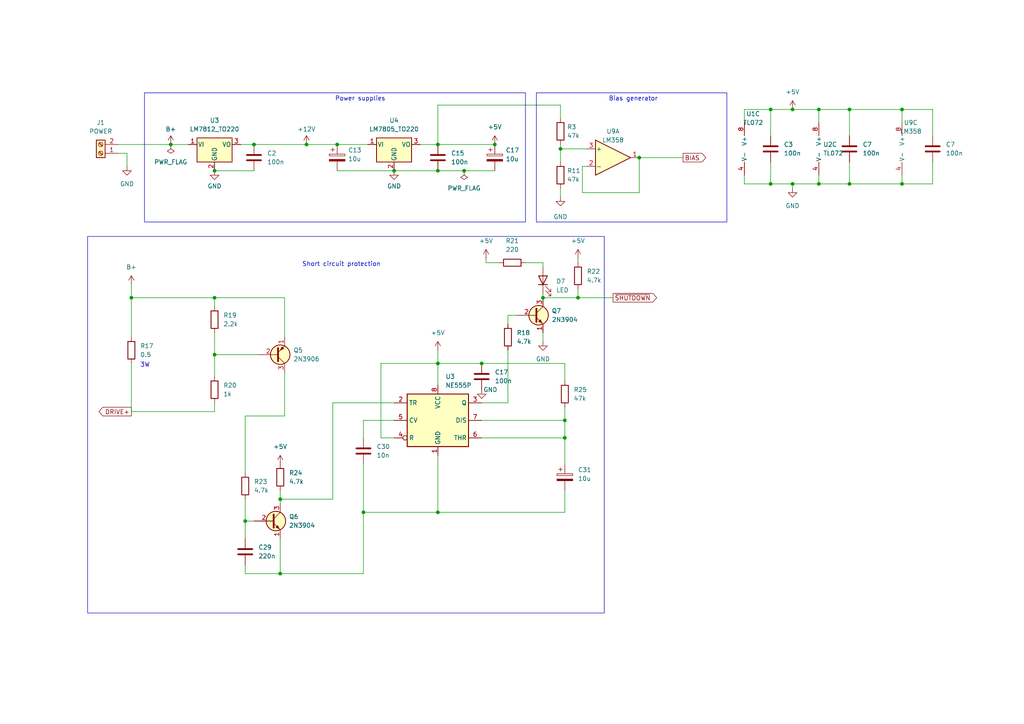
<source format=kicad_sch>
(kicad_sch (version 20230121) (generator eeschema)
  (paper "A4")
  (lib_symbols
    (symbol "Amplifier_Operational:LM358" (pin_names (offset 0.127))
      (property "Reference" "U" (at 0 5.08 0))
      (property "Value" "LM358" (at 0 -5.08 0))
      (property "Sim.Library" "lm358.txt" (at 0 0 0))
      (property "Sim.Name" "LM358" (at 0 0 0))
      (property "Sim.Device" "SUBCKT" (at 0 0 0))
      (property "Sim.Pins" "2=1 3=2 4=5 8=4" (at 0 0 0))
      (symbol "LM358_1_1"
        (polyline (pts (xy -5.08 5.08) (xy 5.08 0) (xy -5.08 -5.08) (xy -5.08 5.08)) (stroke (width 0.254)) (fill (type background)))
        (pin output line (at 7.62 0 180) (length 2.54) (name "~") (number "1"))
        (pin input line (at -7.62 -2.54 0) (length 2.54) (name "-") (number "2"))
        (pin input line (at -7.62 2.54 0) (length 2.54) (name "+") (number "3"))
      )
      (symbol "LM358_2_1"
        (polyline (pts (xy -5.08 5.08) (xy 5.08 0) (xy -5.08 -5.08) (xy -5.08 5.08)) (stroke (width 0.254)) (fill (type background)))
        (pin input line (at -7.62 2.54 0) (length 2.54) (name "+") (number "5"))
        (pin input line (at -7.62 -2.54 0) (length 2.54) (name "-") (number "6"))
        (pin output line (at 7.62 0 180) (length 2.54) (name "~") (number "7"))
      )
      (symbol "LM358_3_1"
        (pin power_in line (at -2.54 -7.62 90) (length 3.81) (name "V-") (number "4"))
        (pin power_in line (at -2.54 7.62 270) (length 3.81) (name "V+") (number "8"))
      )
    )
    (symbol "Amplifier_Operational:TL072" (pin_names (offset 0.127))
      (property "Reference" "U" (at 0 5.08 0))
      (property "Value" "TL072" (at 0 -5.08 0))
      (symbol "TL072_1_1"
        (polyline (pts (xy -5.08 5.08) (xy 5.08 0) (xy -5.08 -5.08) (xy -5.08 5.08)) (stroke (width 0.254)) (fill (type background)))
        (pin output line (at 7.62 0 180) (length 2.54) (name "~") (number "1"))
        (pin input line (at -7.62 -2.54 0) (length 2.54) (name "-") (number "2"))
        (pin input line (at -7.62 2.54 0) (length 2.54) (name "+") (number "3"))
      )
      (symbol "TL072_2_1"
        (polyline (pts (xy -5.08 5.08) (xy 5.08 0) (xy -5.08 -5.08) (xy -5.08 5.08)) (stroke (width 0.254)) (fill (type background)))
        (pin input line (at -7.62 2.54 0) (length 2.54) (name "+") (number "5"))
        (pin input line (at -7.62 -2.54 0) (length 2.54) (name "-") (number "6"))
        (pin output line (at 7.62 0 180) (length 2.54) (name "~") (number "7"))
      )
      (symbol "TL072_3_1"
        (pin power_in line (at -2.54 -7.62 90) (length 3.81) (name "V-") (number "4"))
        (pin power_in line (at -2.54 7.62 270) (length 3.81) (name "V+") (number "8"))
      )
    )
    (symbol "Connector:Screw_Terminal_01x02" (pin_names (offset 1.016) hide)
      (property "Reference" "J" (at 0 2.54 0))
      (property "Value" "Screw_Terminal_01x02" (at 0 -5.08 0))
      (symbol "Screw_Terminal_01x02_1_1"
        (rectangle (start -1.27 1.27) (end 1.27 -3.81) (stroke (width 0.254)) (fill (type background)))
        (circle (center 0 -2.54) (radius 0.635) (stroke (width 0.1524)))
        (polyline (pts (xy -0.5334 -2.2098) (xy 0.3302 -3.048)) (stroke (width 0.1524)))
        (polyline (pts (xy -0.5334 0.3302) (xy 0.3302 -0.508)) (stroke (width 0.1524)))
        (polyline (pts (xy -0.3556 -2.032) (xy 0.508 -2.8702)) (stroke (width 0.1524)))
        (polyline (pts (xy -0.3556 0.508) (xy 0.508 -0.3302)) (stroke (width 0.1524)))
        (circle (center 0 0) (radius 0.635) (stroke (width 0.1524)))
        (pin passive line (at -5.08 0 0) (length 3.81) (name "Pin_1") (number "1"))
        (pin passive line (at -5.08 -2.54 0) (length 3.81) (name "Pin_2") (number "2"))
      )
    )
    (symbol "Device:C" (pin_numbers hide) (pin_names (offset 0.254))
      (property "Reference" "C" (at 0.635 2.54 0))
      (property "Value" "C" (at 0.635 -2.54 0))
      (symbol "C_0_1"
        (polyline (pts (xy -2.032 -0.762) (xy 2.032 -0.762)) (stroke (width 0.508)))
        (polyline (pts (xy -2.032 0.762) (xy 2.032 0.762)) (stroke (width 0.508)))
      )
      (symbol "C_1_1"
        (pin passive line (at 0 3.81 270) (length 2.794) (name "~") (number "1"))
        (pin passive line (at 0 -3.81 90) (length 2.794) (name "~") (number "2"))
      )
    )
    (symbol "Device:C_Polarized" (pin_numbers hide) (pin_names (offset 0.254))
      (property "Reference" "C" (at 0.635 2.54 0))
      (property "Value" "C_Polarized" (at 0.635 -2.54 0))
      (symbol "C_Polarized_0_1"
        (rectangle (start -2.286 0.508) (end 2.286 1.016))
        (polyline (pts (xy -1.778 2.286) (xy -0.762 2.286)))
        (polyline (pts (xy -1.27 2.794) (xy -1.27 1.778)))
        (rectangle (start 2.286 -0.508) (end -2.286 -1.016) (fill (type outline)))
      )
      (symbol "C_Polarized_1_1"
        (pin passive line (at 0 3.81 270) (length 2.794) (name "~") (number "1"))
        (pin passive line (at 0 -3.81 90) (length 2.794) (name "~") (number "2"))
      )
    )
    (symbol "Device:LED" (pin_numbers hide) (pin_names (offset 1.016) hide)
      (property "Reference" "D" (at 0 2.54 0))
      (property "Value" "LED" (at 0 -2.54 0))
      (symbol "LED_0_1"
        (polyline (pts (xy -1.27 -1.27) (xy -1.27 1.27)) (stroke (width 0.254)))
        (polyline (pts (xy -1.27 0) (xy 1.27 0)))
        (polyline (pts (xy 1.27 -1.27) (xy 1.27 1.27) (xy -1.27 0) (xy 1.27 -1.27)) (stroke (width 0.254)))
        (polyline (pts (xy -3.048 -0.762) (xy -4.572 -2.286) (xy -3.81 -2.286) (xy -4.572 -2.286) (xy -4.572 -1.524)))
        (polyline (pts (xy -1.778 -0.762) (xy -3.302 -2.286) (xy -2.54 -2.286) (xy -3.302 -2.286) (xy -3.302 -1.524)))
      )
      (symbol "LED_1_1"
        (pin passive line (at -3.81 0 0) (length 2.54) (name "K") (number "1"))
        (pin passive line (at 3.81 0 180) (length 2.54) (name "A") (number "2"))
      )
    )
    (symbol "Device:R" (pin_numbers hide) (pin_names (offset 0))
      (property "Reference" "R" (at 2.032 0 90))
      (property "Value" "R" (at 0 0 90))
      (symbol "R_0_1"
        (rectangle (start -1.016 -2.54) (end 1.016 2.54) (stroke (width 0.254)))
      )
      (symbol "R_1_1"
        (pin passive line (at 0 3.81 270) (length 1.27) (name "~") (number "1"))
        (pin passive line (at 0 -3.81 90) (length 1.27) (name "~") (number "2"))
      )
    )
    (symbol "PCM_Transistor_BJT_AKL:2N3904" (pin_names hide)
      (property "Reference" "Q" (at 5.08 1.27 0))
      (property "Value" "2N3904" (at 5.08 -1.27 0))
      (symbol "2N3904_0_1"
        (polyline (pts (xy 0.635 0.635) (xy 2.54 2.54)))
        (polyline (pts (xy 0.635 -0.635) (xy 2.54 -2.54) (xy 2.54 -2.54)))
        (polyline (pts (xy 0.635 1.905) (xy 0.635 -1.905) (xy 0.635 -1.905)) (stroke (width 0.508)))
        (polyline (pts (xy 1.27 -1.778) (xy 1.778 -1.27) (xy 2.286 -2.286) (xy 1.27 -1.778) (xy 1.27 -1.778)) (fill (type outline)))
        (circle (center 1.27 0) (radius 2.8194) (stroke (width 0.254)) (fill (type background)))
      )
      (symbol "2N3904_1_1"
        (pin passive line (at 2.54 -5.08 90) (length 2.54) (name "E") (number "1"))
        (pin passive line (at -5.08 0 0) (length 5.715) (name "B") (number "2"))
        (pin passive line (at 2.54 5.08 270) (length 2.54) (name "C") (number "3"))
      )
    )
    (symbol "PCM_Transistor_BJT_AKL:2N3906" (pin_names hide)
      (property "Reference" "Q" (at 5.08 1.27 0))
      (property "Value" "2N3906" (at 5.08 -1.27 0))
      (symbol "2N3906_0_1"
        (polyline (pts (xy 0.635 -0.635) (xy 2.54 -2.54)))
        (polyline (pts (xy 0.635 -1.905) (xy 0.635 1.905) (xy 0.635 1.905)) (stroke (width 0.508)))
        (polyline (pts (xy 0.635 0.635) (xy 2.54 2.54) (xy 2.54 2.54)))
        (polyline (pts (xy 2.286 1.778) (xy 1.778 2.286) (xy 1.27 1.27) (xy 2.286 1.778) (xy 2.286 1.778)) (fill (type outline)))
        (circle (center 1.27 0) (radius 2.8194) (stroke (width 0.254)) (fill (type background)))
      )
      (symbol "2N3906_1_1"
        (pin passive line (at 2.54 5.08 270) (length 2.54) (name "E") (number "1"))
        (pin input line (at -5.08 0 0) (length 5.715) (name "B") (number "2"))
        (pin passive line (at 2.54 -5.08 90) (length 2.54) (name "C") (number "3"))
      )
    )
    (symbol "Regulator_Linear:LM7805_TO220" (pin_names (offset 0.254))
      (property "Reference" "U" (at -3.81 3.175 0))
      (property "Value" "LM7805_TO220" (at 0 3.175 0))
      (symbol "LM7805_TO220_0_1"
        (rectangle (start -5.08 1.905) (end 5.08 -5.08) (stroke (width 0.254)) (fill (type background)))
      )
      (symbol "LM7805_TO220_1_1"
        (pin power_in line (at -7.62 0 0) (length 2.54) (name "VI") (number "1"))
        (pin power_in line (at 0 -7.62 90) (length 2.54) (name "GND") (number "2"))
        (pin power_out line (at 7.62 0 180) (length 2.54) (name "VO") (number "3"))
      )
    )
    (symbol "Regulator_Linear:LM7812_TO220" (pin_names (offset 0.254))
      (property "Reference" "U" (at -3.81 3.175 0))
      (property "Value" "LM7812_TO220" (at 0 3.175 0))
      (symbol "LM7812_TO220_0_1"
        (rectangle (start -5.08 1.905) (end 5.08 -5.08) (stroke (width 0.254)) (fill (type background)))
      )
      (symbol "LM7812_TO220_1_1"
        (pin power_in line (at -7.62 0 0) (length 2.54) (name "VI") (number "1"))
        (pin power_in line (at 0 -7.62 90) (length 2.54) (name "GND") (number "2"))
        (pin power_out line (at 7.62 0 180) (length 2.54) (name "VO") (number "3"))
      )
    )
    (symbol "Timer:NE555P"
      (property "Reference" "U" (at -10.16 8.89 0))
      (property "Value" "NE555P" (at 2.54 8.89 0))
      (symbol "NE555P_0_0"
        (pin power_in line (at 0 -10.16 90) (length 2.54) (name "GND") (number "1"))
        (pin power_in line (at 0 10.16 270) (length 2.54) (name "VCC") (number "8"))
      )
      (symbol "NE555P_0_1"
        (rectangle (start -8.89 -7.62) (end 8.89 7.62) (stroke (width 0.254)) (fill (type background)))
        (rectangle (start -8.89 -7.62) (end 8.89 7.62) (stroke (width 0.254)) (fill (type background)))
      )
      (symbol "NE555P_1_1"
        (pin input line (at -12.7 5.08 0) (length 3.81) (name "TR") (number "2"))
        (pin output line (at 12.7 5.08 180) (length 3.81) (name "Q") (number "3"))
        (pin input inverted (at -12.7 -5.08 0) (length 3.81) (name "R") (number "4"))
        (pin input line (at -12.7 0 0) (length 3.81) (name "CV") (number "5"))
        (pin input line (at 12.7 -5.08 180) (length 3.81) (name "THR") (number "6"))
        (pin input line (at 12.7 0 180) (length 3.81) (name "DIS") (number "7"))
      )
    )
    (symbol "power:+12V" (power) (pin_names (offset 0))
      (property "Value" "+12V" (at 0 3.556 0))
      (symbol "+12V_0_1"
        (polyline (pts (xy -0.762 1.27) (xy 0 2.54)))
        (polyline (pts (xy 0 0) (xy 0 2.54)))
        (polyline (pts (xy 0 2.54) (xy 0.762 1.27)))
      )
      (symbol "+12V_1_1"
        (pin power_in line (at 0 0 90) (length 0) hide (name "+12V") (number "1"))
      )
    )
    (symbol "power:+5V" (power) (pin_names (offset 0))
      (property "Value" "+5V" (at 0 3.556 0))
      (symbol "+5V_0_1"
        (polyline (pts (xy -0.762 1.27) (xy 0 2.54)))
        (polyline (pts (xy 0 0) (xy 0 2.54)))
        (polyline (pts (xy 0 2.54) (xy 0.762 1.27)))
      )
      (symbol "+5V_1_1"
        (pin power_in line (at 0 0 90) (length 0) hide (name "+5V") (number "1"))
      )
    )
    (symbol "power:B+" (power) (pin_names (offset 0))
      (property "Value" "B+" (at 0 3.556 0))
      (symbol "B+_0_1"
        (polyline (pts (xy -0.762 1.27) (xy 0 2.54)))
        (polyline (pts (xy 0 0) (xy 0 2.54)))
        (polyline (pts (xy 0 2.54) (xy 0.762 1.27)))
      )
      (symbol "B+_1_1"
        (pin power_in line (at 0 0 90) (length 0) hide (name "B+") (number "1"))
      )
    )
    (symbol "power:GND" (power) (pin_names (offset 0))
      (property "Value" "GND" (at 0 -3.81 0))
      (symbol "GND_0_1"
        (polyline (pts (xy 0 0) (xy 0 -1.27) (xy 1.27 -1.27) (xy 0 -2.54) (xy -1.27 -1.27) (xy 0 -1.27)))
      )
      (symbol "GND_1_1"
        (pin power_in line (at 0 0 270) (length 0) hide (name "GND") (number "1"))
      )
    )
    (symbol "power:PWR_FLAG" (power) (pin_numbers hide) (pin_names (offset 0) hide)
      (property "Value" "PWR_FLAG" (at 0 3.81 0))
      (symbol "PWR_FLAG_0_0"
        (pin power_out line (at 0 0 90) (length 0) (name "pwr") (number "1"))
      )
      (symbol "PWR_FLAG_0_1"
        (polyline (pts (xy 0 0) (xy 0 1.27) (xy -1.016 1.905) (xy 0 2.54) (xy 1.016 1.905) (xy 0 1.27)))
      )
    )
  )
  (junction (at 185.42 45.72))
  (junction (at 157.48 86.36))
  (junction (at 62.23 102.87))
  (junction (at 229.87 31.75))
  (junction (at 223.52 31.75))
  (junction (at 97.79 41.91))
  (junction (at 237.49 53.34))
  (junction (at 62.23 86.36))
  (junction (at 127 148.59))
  (junction (at 71.12 151.13))
  (junction (at 127 41.91))
  (junction (at 237.49 31.75))
  (junction (at 105.41 148.59))
  (junction (at 134.62 49.53))
  (junction (at 127 49.53))
  (junction (at 114.3 49.53))
  (junction (at 229.87 53.34))
  (junction (at 81.28 144.78))
  (junction (at 163.83 121.92))
  (junction (at 246.38 31.75))
  (junction (at 139.7 105.41))
  (junction (at 62.23 49.53))
  (junction (at 246.38 53.34))
  (junction (at 73.66 41.91))
  (junction (at 223.52 53.34))
  (junction (at 49.53 41.91))
  (junction (at 38.1 86.36))
  (junction (at 143.51 41.91))
  (junction (at 88.9 41.91))
  (junction (at 261.62 31.75))
  (junction (at 167.64 86.36))
  (junction (at 261.62 53.34))
  (junction (at 127 105.41))
  (junction (at 162.56 43.18))
  (junction (at 163.83 127))
  (junction (at 81.28 166.37))
  (wire (pts (xy 114.3 49.53) (xy 127 49.53)))
  (wire (pts (xy 62.23 49.53) (xy 73.66 49.53)))
  (wire (pts (xy 62.23 96.52) (xy 62.23 102.87)))
  (wire (pts (xy 261.62 31.75) (xy 270.51 31.75)))
  (wire (pts (xy 81.28 142.24) (xy 81.28 144.78)))
  (wire (pts (xy 105.41 148.59) (xy 105.41 166.37)))
  (wire (pts (xy 69.85 41.91) (xy 73.66 41.91)))
  (wire (pts (xy 105.41 166.37) (xy 81.28 166.37)))
  (wire (pts (xy 152.4 76.2) (xy 157.48 76.2)))
  (wire (pts (xy 114.3 116.84) (xy 96.52 116.84)))
  (wire (pts (xy 261.62 50.8) (xy 261.62 53.34)))
  (wire (pts (xy 140.97 74.93) (xy 140.97 76.2)))
  (wire (pts (xy 147.32 91.44) (xy 149.86 91.44)))
  (wire (pts (xy 97.79 41.91) (xy 106.68 41.91)))
  (wire (pts (xy 38.1 86.36) (xy 38.1 97.79)))
  (wire (pts (xy 270.51 46.99) (xy 270.51 53.34)))
  (wire (pts (xy 127 101.6) (xy 127 105.41)))
  (wire (pts (xy 105.41 134.62) (xy 105.41 148.59)))
  (wire (pts (xy 215.9 50.8) (xy 215.9 53.34)))
  (wire (pts (xy 229.87 53.34) (xy 237.49 53.34)))
  (wire (pts (xy 144.78 76.2) (xy 140.97 76.2)))
  (wire (pts (xy 36.83 44.45) (xy 36.83 48.26)))
  (wire (pts (xy 62.23 86.36) (xy 62.23 88.9)))
  (wire (pts (xy 163.83 127) (xy 163.83 134.62)))
  (wire (pts (xy 223.52 31.75) (xy 223.52 39.37)))
  (wire (pts (xy 162.56 30.48) (xy 127 30.48)))
  (wire (pts (xy 261.62 35.56) (xy 261.62 31.75)))
  (wire (pts (xy 157.48 96.52) (xy 157.48 99.06)))
  (wire (pts (xy 34.29 44.45) (xy 36.83 44.45)))
  (wire (pts (xy 246.38 46.99) (xy 246.38 53.34)))
  (wire (pts (xy 229.87 31.75) (xy 237.49 31.75)))
  (wire (pts (xy 167.64 83.82) (xy 167.64 86.36)))
  (wire (pts (xy 246.38 53.34) (xy 261.62 53.34)))
  (wire (pts (xy 71.12 120.65) (xy 71.12 137.16)))
  (wire (pts (xy 49.53 41.91) (xy 54.61 41.91)))
  (wire (pts (xy 127 30.48) (xy 127 41.91)))
  (wire (pts (xy 82.55 86.36) (xy 82.55 97.79)))
  (wire (pts (xy 157.48 76.2) (xy 157.48 77.47)))
  (wire (pts (xy 147.32 116.84) (xy 147.32 101.6)))
  (wire (pts (xy 114.3 121.92) (xy 105.41 121.92)))
  (wire (pts (xy 163.83 110.49) (xy 163.83 105.41)))
  (wire (pts (xy 96.52 144.78) (xy 81.28 144.78)))
  (wire (pts (xy 168.91 48.26) (xy 168.91 55.88)))
  (wire (pts (xy 127 41.91) (xy 143.51 41.91)))
  (wire (pts (xy 34.29 41.91) (xy 49.53 41.91)))
  (wire (pts (xy 134.62 49.53) (xy 143.51 49.53)))
  (wire (pts (xy 105.41 121.92) (xy 105.41 127)))
  (wire (pts (xy 163.83 105.41) (xy 139.7 105.41)))
  (wire (pts (xy 139.7 121.92) (xy 163.83 121.92)))
  (wire (pts (xy 170.18 43.18) (xy 162.56 43.18)))
  (wire (pts (xy 185.42 45.72) (xy 198.12 45.72)))
  (wire (pts (xy 223.52 46.99) (xy 223.52 53.34)))
  (wire (pts (xy 163.83 121.92) (xy 163.83 127)))
  (wire (pts (xy 97.79 49.53) (xy 114.3 49.53)))
  (wire (pts (xy 73.66 41.91) (xy 88.9 41.91)))
  (wire (pts (xy 105.41 148.59) (xy 127 148.59)))
  (wire (pts (xy 270.51 39.37) (xy 270.51 31.75)))
  (wire (pts (xy 82.55 120.65) (xy 82.55 107.95)))
  (wire (pts (xy 170.18 48.26) (xy 168.91 48.26)))
  (wire (pts (xy 168.91 55.88) (xy 185.42 55.88)))
  (wire (pts (xy 157.48 86.36) (xy 167.64 86.36)))
  (wire (pts (xy 223.52 53.34) (xy 229.87 53.34)))
  (wire (pts (xy 270.51 53.34) (xy 261.62 53.34)))
  (wire (pts (xy 139.7 116.84) (xy 147.32 116.84)))
  (wire (pts (xy 62.23 102.87) (xy 62.23 109.22)))
  (wire (pts (xy 157.48 85.09) (xy 157.48 86.36)))
  (wire (pts (xy 162.56 43.18) (xy 162.56 46.99)))
  (wire (pts (xy 162.56 30.48) (xy 162.56 34.29)))
  (wire (pts (xy 246.38 31.75) (xy 261.62 31.75)))
  (wire (pts (xy 71.12 151.13) (xy 73.66 151.13)))
  (wire (pts (xy 62.23 116.84) (xy 62.23 119.38)))
  (wire (pts (xy 127 49.53) (xy 134.62 49.53)))
  (wire (pts (xy 246.38 31.75) (xy 237.49 31.75)))
  (wire (pts (xy 215.9 53.34) (xy 223.52 53.34)))
  (wire (pts (xy 81.28 166.37) (xy 81.28 156.21)))
  (wire (pts (xy 147.32 93.98) (xy 147.32 91.44)))
  (wire (pts (xy 163.83 118.11) (xy 163.83 121.92)))
  (wire (pts (xy 139.7 127) (xy 163.83 127)))
  (wire (pts (xy 71.12 163.83) (xy 71.12 166.37)))
  (wire (pts (xy 71.12 151.13) (xy 71.12 156.21)))
  (wire (pts (xy 38.1 86.36) (xy 62.23 86.36)))
  (wire (pts (xy 71.12 166.37) (xy 81.28 166.37)))
  (wire (pts (xy 223.52 31.75) (xy 229.87 31.75)))
  (wire (pts (xy 215.9 31.75) (xy 223.52 31.75)))
  (wire (pts (xy 110.49 105.41) (xy 127 105.41)))
  (wire (pts (xy 185.42 45.72) (xy 185.42 55.88)))
  (wire (pts (xy 62.23 119.38) (xy 38.1 119.38)))
  (wire (pts (xy 127 132.08) (xy 127 148.59)))
  (wire (pts (xy 215.9 35.56) (xy 215.9 31.75)))
  (wire (pts (xy 62.23 86.36) (xy 82.55 86.36)))
  (wire (pts (xy 121.92 41.91) (xy 127 41.91)))
  (wire (pts (xy 167.64 86.36) (xy 177.8 86.36)))
  (wire (pts (xy 62.23 102.87) (xy 74.93 102.87)))
  (wire (pts (xy 237.49 53.34) (xy 237.49 50.8)))
  (wire (pts (xy 167.64 74.93) (xy 167.64 76.2)))
  (wire (pts (xy 81.28 144.78) (xy 81.28 146.05)))
  (wire (pts (xy 38.1 82.55) (xy 38.1 86.36)))
  (wire (pts (xy 96.52 116.84) (xy 96.52 144.78)))
  (wire (pts (xy 162.56 54.61) (xy 162.56 57.15)))
  (wire (pts (xy 114.3 127) (xy 110.49 127)))
  (wire (pts (xy 71.12 144.78) (xy 71.12 151.13)))
  (wire (pts (xy 110.49 127) (xy 110.49 105.41)))
  (wire (pts (xy 71.12 120.65) (xy 82.55 120.65)))
  (wire (pts (xy 38.1 105.41) (xy 38.1 119.38)))
  (wire (pts (xy 127 105.41) (xy 127 111.76)))
  (wire (pts (xy 237.49 53.34) (xy 246.38 53.34)))
  (wire (pts (xy 163.83 142.24) (xy 163.83 148.59)))
  (wire (pts (xy 162.56 41.91) (xy 162.56 43.18)))
  (wire (pts (xy 246.38 39.37) (xy 246.38 31.75)))
  (wire (pts (xy 237.49 31.75) (xy 237.49 35.56)))
  (wire (pts (xy 139.7 105.41) (xy 127 105.41)))
  (wire (pts (xy 88.9 41.91) (xy 97.79 41.91)))
  (wire (pts (xy 229.87 53.34) (xy 229.87 54.61)))
  (wire (pts (xy 127 148.59) (xy 163.83 148.59)))
  (rectangle (start 155.575 26.924) (end 210.82 64.389))
  (rectangle (start 25.4 68.58) (end 175.26 177.8))
  (rectangle (start 41.91 26.924) (end 152.4 64.389))
  (text "Power supplies" (at 97.155 29.464 0) (effects (font (size 1.27 1.27)) (justify left bottom)))
  (text "3W" (at 40.64 106.68 0) (effects (font (size 1.27 1.27)) (justify left bottom)))
  (text "Short circuit protection" (at 87.63 77.47 0) (effects (font (size 1.27 1.27)) (justify left bottom)))
  (text "Bias generator" (at 176.53 29.464 0) (effects (font (size 1.27 1.27)) (justify left bottom)))
  (global_label "~{SHUTDOWN}" (shape output) (at 177.8 86.36 0) (property "Intersheetrefs" "${INTERSHEET_REFS}" (effects hide)))
  (global_label "BIAS" (shape output) (at 198.12 45.72 0) (property "Intersheetrefs" "${INTERSHEET_REFS}" (effects hide)))
  (global_label "DRIVE+" (shape output) (at 38.1 119.38 180) (property "Intersheetrefs" "${INTERSHEET_REFS}" (effects hide)))
  (symbol (lib_id "Device:R") (at 62.23 113.03 0) (unit 1)
    (property "Reference" "R20" (at 64.77 111.76 0) (effects (justify left)))
    (property "Value" "1k" (at 64.77 114.3 0) (effects (justify left)))
    (property "Footprint" "Resistor_THT:R_Axial_DIN0204_L3.6mm_D1.6mm_P7.62mm_Horizontal" (effects hide))
  )
  (symbol (lib_id "Device:R") (at 167.64 80.01 0) (unit 1)
    (property "Reference" "R22" (at 170.18 78.74 0) (effects (justify left)))
    (property "Value" "4.7k" (at 170.18 81.28 0) (effects (justify left)))
    (property "Footprint" "Resistor_THT:R_Axial_DIN0204_L3.6mm_D1.6mm_P7.62mm_Horizontal" (effects hide))
  )
  (symbol (lib_id "Device:R") (at 148.59 76.2 270) (unit 1)
    (property "Reference" "R21" (at 148.59 69.85 90))
    (property "Value" "220" (at 148.59 72.39 90))
    (property "Footprint" "Resistor_THT:R_Axial_DIN0204_L3.6mm_D1.6mm_P7.62mm_Horizontal" (effects hide))
  )
  (symbol (lib_id "Device:R") (at 38.1 101.6 0) (unit 1)
    (property "Reference" "R17" (at 40.64 100.33 0) (effects (justify left)))
    (property "Value" "0.5" (at 40.64 102.87 0) (effects (justify left)))
    (property "Footprint" "Resistor_THT:R_Axial_DIN0922_L20.0mm_D9.0mm_P25.40mm_Horizontal" (effects hide))
  )
  (symbol (lib_id "Device:R") (at 162.56 50.8 0) (unit 1)
    (property "Reference" "R11" (at 164.465 49.53 0) (effects (justify left)))
    (property "Value" "47k" (at 164.465 52.07 0) (effects (justify left)))
    (property "Footprint" "Resistor_THT:R_Axial_DIN0204_L3.6mm_D1.6mm_P7.62mm_Horizontal" (effects hide))
    (instances (project "classd-amp" (path "" (reference "R11") (unit 1)) (path "" (reference "R16") (unit 1))))
  )
  (symbol (lib_id "Device:LED") (at 157.48 81.28 90) (unit 1)
    (property "Reference" "D7" (at 161.29 81.5975 90) (effects (justify right)))
    (property "Value" "LED" (at 161.29 84.1375 90) (effects (justify right)))
    (property "Footprint" "Diode_THT:D_DO-41_SOD81_P10.16mm_Horizontal" (effects hide))
  )
  (symbol (lib_id "Device:R") (at 147.32 97.79 0) (unit 1)
    (property "Reference" "R18" (at 149.86 96.52 0) (effects (justify left)))
    (property "Value" "4.7k" (at 149.86 99.06 0) (effects (justify left)))
    (property "Footprint" "Resistor_THT:R_Axial_DIN0204_L3.6mm_D1.6mm_P7.62mm_Horizontal" (effects hide))
  )
  (symbol (lib_id "Regulator_Linear:LM7812_TO220") (at 62.23 41.91 0) (unit 1)
    (property "Reference" "U3" (at 62.23 34.925 0))
    (property "Value" "LM7812_TO220" (at 62.23 37.465 0))
    (property "Footprint" "Package_TO_SOT_THT:TO-220-3_Vertical" (effects hide))
    (property "Datasheet" "https://www.onsemi.cn/PowerSolutions/document/MC7800-D.PDF" (effects hide))
    (instances (project "classd-amp" (path "" (reference "U3") (unit 1)) (path "" (reference "U7") (unit 1))))
  )
  (symbol (lib_id "power:GND") (at 139.7 113.03 0) (unit 1)
    (property "Reference" "#PWR010" (effects hide))
    (property "Value" "GND" (at 142.24 113.03 0))
  )
  (symbol (lib_id "power:PWR_FLAG") (at 134.62 49.53 180) (unit 1)
    (property "Reference" "#FLG02" (effects hide))
    (property "Value" "PWR_FLAG" (at 134.62 54.61 0))
  )
  (symbol (lib_id "Device:R") (at 71.12 140.97 0) (unit 1)
    (property "Reference" "R23" (at 73.66 139.7 0) (effects (justify left)))
    (property "Value" "4.7k" (at 73.66 142.24 0) (effects (justify left)))
    (property "Footprint" "Resistor_THT:R_Axial_DIN0204_L3.6mm_D1.6mm_P7.62mm_Horizontal" (effects hide))
  )
  (symbol (lib_id "PCM_Transistor_BJT_AKL:2N3904") (at 78.74 151.13 0) (unit 1)
    (property "Reference" "Q6" (at 83.82 149.86 0) (effects (justify left)))
    (property "Value" "2N3904" (at 83.82 152.4 0) (effects (justify left)))
    (property "Footprint" "Package_TO_SOT_THT:TO-92_Inline" (effects hide))
    (property "Datasheet" "https://www.tme.eu/Document/12bff749841e3a356e683e9a8e7e4119/2N3904BU-DTE.pdf" (effects hide))
  )
  (symbol (lib_id "power:GND") (at 62.23 49.53 0) (unit 1)
    (property "Reference" "#PWR08" (effects hide))
    (property "Value" "GND" (at 62.23 53.975 0))
    (instances (project "classd-amp" (path "" (reference "#PWR08") (unit 1)) (path "" (reference "#PWR023") (unit 1))))
  )
  (symbol (lib_id "Device:C_Polarized") (at 163.83 138.43 0) (unit 1)
    (property "Reference" "C31" (at 167.64 136.271 0) (effects (justify left)))
    (property "Value" "10u" (at 167.64 138.811 0) (effects (justify left)))
    (property "Footprint" "Capacitor_THT:CP_Radial_D4.0mm_P1.50mm" (effects hide))
  )
  (symbol (lib_id "power:+5V") (at 140.97 74.93 0) (unit 1)
    (property "Reference" "#PWR019" (effects hide))
    (property "Value" "+5V" (at 140.97 69.85 0))
  )
  (symbol (lib_id "PCM_Transistor_BJT_AKL:2N3906") (at 80.01 102.87 0) (unit 1)
    (property "Reference" "Q5" (at 85.09 101.6 0) (effects (justify left)))
    (property "Value" "2N3906" (at 85.09 104.14 0) (effects (justify left)))
    (property "Footprint" "Package_TO_SOT_THT:TO-92_Inline" (effects hide))
    (property "Datasheet" "https://www.tme.eu/Document/1d69ece8147fa5a64114d103f531c790/2N3906BU.pdf" (effects hide))
  )
  (symbol (lib_id "Amplifier_Operational:TL072") (at 240.03 43.18 0) (unit 3)
    (property "Reference" "U2" (at 238.76 41.91 0) (effects (justify left)))
    (property "Value" "TL072" (at 238.76 44.45 0) (effects (justify left)))
    (property "Footprint" "PCM_Package_DIP_AKL:DIP-8_W7.62mm" (effects hide))
    (property "Datasheet" "http://www.ti.com/lit/ds/symlink/tl071.pdf" (effects hide))
  )
  (symbol (lib_id "Regulator_Linear:LM7805_TO220") (at 114.3 41.91 0) (unit 1)
    (property "Reference" "U4" (at 114.3 34.925 0))
    (property "Value" "LM7805_TO220" (at 114.3 37.465 0))
    (property "Footprint" "Package_TO_SOT_THT:TO-220-3_Vertical" (effects hide))
    (property "Datasheet" "https://www.onsemi.cn/PowerSolutions/document/MC7800-D.PDF" (effects hide))
    (instances (project "classd-amp" (path "" (reference "U4") (unit 1)) (path "" (reference "U8") (unit 1))))
  )
  (symbol (lib_id "Device:C_Polarized") (at 97.79 45.72 0) (unit 1)
    (property "Reference" "C13" (at 100.965 43.561 0) (effects (justify left)))
    (property "Value" "10u" (at 100.965 46.101 0) (effects (justify left)))
    (property "Footprint" "Capacitor_THT:CP_Radial_D4.0mm_P1.50mm" (effects hide))
    (instances (project "classd-amp" (path "" (reference "C13") (unit 1)) (path "" (reference "C26") (unit 1))))
  )
  (symbol (lib_id "power:PWR_FLAG") (at 49.53 41.91 180) (unit 1)
    (property "Reference" "#FLG01" (effects hide))
    (property "Value" "PWR_FLAG" (at 49.53 46.99 0))
  )
  (symbol (lib_id "Device:C") (at 139.7 109.22 0) (unit 1)
    (property "Reference" "C17" (at 143.51 107.95 0) (effects (justify left)))
    (property "Value" "100n" (at 143.51 110.49 0) (effects (justify left)))
    (property "Footprint" "Capacitor_THT:C_Disc_D3.4mm_W2.1mm_P2.50mm" (effects hide))
  )
  (symbol (lib_id "Device:C") (at 270.51 43.18 0) (unit 1)
    (property "Reference" "C7" (at 274.32 41.91 0) (effects (justify left)))
    (property "Value" "100n" (at 274.32 44.45 0) (effects (justify left)))
    (property "Footprint" "Capacitor_THT:C_Disc_D3.4mm_W2.1mm_P2.50mm" (effects hide))
    (instances (project "classd-amp" (path "" (reference "C7") (unit 1)) (path "" (reference "C32") (unit 1))))
  )
  (symbol (lib_id "power:GND") (at 162.56 57.15 0) (unit 1)
    (property "Reference" "#PWR026" (effects hide))
    (property "Value" "GND" (at 162.56 62.865 0))
  )
  (symbol (lib_id "Device:C") (at 246.38 43.18 0) (unit 1)
    (property "Reference" "C7" (at 250.19 41.91 0) (effects (justify left)))
    (property "Value" "100n" (at 250.19 44.45 0) (effects (justify left)))
    (property "Footprint" "Capacitor_THT:C_Disc_D3.4mm_W2.1mm_P2.50mm" (effects hide))
  )
  (symbol (lib_id "power:+5V") (at 81.28 134.62 0) (unit 1)
    (property "Reference" "#PWR031" (effects hide))
    (property "Value" "+5V" (at 81.28 129.54 0))
  )
  (symbol (lib_id "PCM_Transistor_BJT_AKL:2N3904") (at 154.94 91.44 0) (unit 1)
    (property "Reference" "Q7" (at 160.02 90.17 0) (effects (justify left)))
    (property "Value" "2N3904" (at 160.02 92.71 0) (effects (justify left)))
    (property "Footprint" "Package_TO_SOT_THT:TO-92_Inline" (effects hide))
    (property "Datasheet" "https://www.tme.eu/Document/12bff749841e3a356e683e9a8e7e4119/2N3904BU-DTE.pdf" (effects hide))
  )
  (symbol (lib_id "Device:R") (at 62.23 92.71 0) (unit 1)
    (property "Reference" "R19" (at 64.77 91.44 0) (effects (justify left)))
    (property "Value" "2.2k" (at 64.77 93.98 0) (effects (justify left)))
    (property "Footprint" "Resistor_THT:R_Axial_DIN0204_L3.6mm_D1.6mm_P7.62mm_Horizontal" (effects hide))
  )
  (symbol (lib_id "power:B+") (at 49.53 41.91 0) (unit 1)
    (property "Reference" "#PWR01" (effects hide))
    (property "Value" "B+" (at 49.53 37.465 0))
  )
  (symbol (lib_id "power:GND") (at 114.3 49.53 0) (unit 1)
    (property "Reference" "#PWR023" (effects hide))
    (property "Value" "GND" (at 114.3 53.975 0))
    (instances (project "classd-amp" (path "" (reference "#PWR023") (unit 1)) (path "" (reference "#PWR025") (unit 1))))
  )
  (symbol (lib_id "Device:C_Polarized") (at 143.51 45.72 0) (unit 1)
    (property "Reference" "C17" (at 146.685 43.561 0) (effects (justify left)))
    (property "Value" "10u" (at 146.685 46.101 0) (effects (justify left)))
    (property "Footprint" "Capacitor_THT:CP_Radial_D4.0mm_P1.50mm" (effects hide))
    (instances (project "classd-amp" (path "" (reference "C17") (unit 1)) (path "" (reference "C28") (unit 1))))
  )
  (symbol (lib_id "Timer:NE555P") (at 127 121.92 0) (unit 1)
    (property "Reference" "U3" (at 129.1941 109.22 0) (effects (justify left)))
    (property "Value" "NE555P" (at 129.1941 111.76 0) (effects (justify left)))
    (property "Footprint" "Package_DIP:DIP-8_W7.62mm" (effects hide))
    (property "Datasheet" "http://www.ti.com/lit/ds/symlink/ne555.pdf" (effects hide))
  )
  (symbol (lib_id "Device:C") (at 127 45.72 0) (unit 1)
    (property "Reference" "C15" (at 130.81 44.45 0) (effects (justify left)))
    (property "Value" "100n" (at 130.81 46.99 0) (effects (justify left)))
    (property "Footprint" "Capacitor_THT:C_Disc_D3.4mm_W2.1mm_P2.50mm" (effects hide))
    (instances (project "classd-amp" (path "" (reference "C15") (unit 1)) (path "" (reference "C27") (unit 1))))
  )
  (symbol (lib_id "power:GND") (at 157.48 99.06 0) (unit 1)
    (property "Reference" "#PWR018" (effects hide))
    (property "Value" "GND" (at 157.48 104.14 0))
  )
  (symbol (lib_id "Amplifier_Operational:LM358") (at 264.16 43.18 0) (unit 3)
    (property "Reference" "U9" (at 264.16 35.56 0))
    (property "Value" "LM358" (at 264.16 38.1 0))
    (property "Footprint" "PCM_Package_DIP_AKL:DIP-8_W7.62mm" (effects hide))
    (property "Datasheet" "http://www.ti.com/lit/ds/symlink/lm2904-n.pdf" (effects hide))
    (property "Sim.Library" "lm358.txt" (effects hide))
    (property "Sim.Name" "LM358" (effects hide))
    (property "Sim.Device" "SUBCKT" (effects hide))
    (property "Sim.Pins" "2=1 3=2 4=5 8=4" (effects hide))
  )
  (symbol (lib_id "power:+5V") (at 167.64 74.93 0) (unit 1)
    (property "Reference" "#PWR020" (effects hide))
    (property "Value" "+5V" (at 167.64 69.85 0))
  )
  (symbol (lib_id "power:+12V") (at 88.9 41.91 0) (unit 1)
    (property "Reference" "#PWR010" (effects hide))
    (property "Value" "+12V" (at 88.9 37.465 0))
    (instances (project "classd-amp" (path "" (reference "#PWR010") (unit 1)) (path "" (reference "#PWR024") (unit 1))))
  )
  (symbol (lib_id "power:GND") (at 36.83 48.26 0) (unit 1)
    (property "Reference" "#PWR011" (effects hide))
    (property "Value" "GND" (at 36.83 53.34 0))
  )
  (symbol (lib_id "power:+5V") (at 143.51 41.91 0) (unit 1)
    (property "Reference" "#PWR028" (effects hide))
    (property "Value" "+5V" (at 143.51 36.83 0))
  )
  (symbol (lib_id "power:B+") (at 38.1 82.55 0) (unit 1)
    (property "Reference" "#PWR030" (effects hide))
    (property "Value" "B+" (at 38.1 77.47 0))
  )
  (symbol (lib_id "Device:C") (at 71.12 160.02 0) (unit 1)
    (property "Reference" "C29" (at 74.93 158.75 0) (effects (justify left)))
    (property "Value" "220n" (at 74.93 161.29 0) (effects (justify left)))
    (property "Footprint" "Capacitor_THT:C_Disc_D3.4mm_W2.1mm_P2.50mm" (effects hide))
  )
  (symbol (lib_id "Device:C") (at 73.66 45.72 0) (unit 1)
    (property "Reference" "C2" (at 77.47 44.45 0) (effects (justify left)))
    (property "Value" "100n" (at 77.47 46.99 0) (effects (justify left)))
    (property "Footprint" "Capacitor_THT:C_Disc_D3.4mm_W2.1mm_P2.50mm" (effects hide))
    (instances (project "classd-amp" (path "" (reference "C2") (unit 1)) (path "" (reference "C25") (unit 1))))
  )
  (symbol (lib_id "power:+5V") (at 229.87 31.75 0) (unit 1)
    (property "Reference" "#PWR04" (effects hide))
    (property "Value" "+5V" (at 229.87 26.67 0))
  )
  (symbol (lib_id "power:+5V") (at 127 101.6 0) (unit 1)
    (property "Reference" "#PWR032" (effects hide))
    (property "Value" "+5V" (at 127 96.52 0))
  )
  (symbol (lib_id "Amplifier_Operational:LM358") (at 177.8 45.72 0) (unit 1)
    (property "Reference" "U9" (at 177.8 38.1 0))
    (property "Value" "LM358" (at 177.8 40.64 0))
    (property "Footprint" "PCM_Package_DIP_AKL:DIP-8_W7.62mm" (effects hide))
    (property "Datasheet" "http://www.ti.com/lit/ds/symlink/lm2904-n.pdf" (effects hide))
    (property "Sim.Library" "lm358.txt" (effects hide))
    (property "Sim.Name" "LM358" (effects hide))
    (property "Sim.Device" "SUBCKT" (effects hide))
    (property "Sim.Pins" "2=1 3=2 4=5 8=4" (effects hide))
  )
  (symbol (lib_id "Device:C") (at 105.41 130.81 0) (unit 1)
    (property "Reference" "C30" (at 109.22 129.54 0) (effects (justify left)))
    (property "Value" "10n" (at 109.22 132.08 0) (effects (justify left)))
    (property "Footprint" "Capacitor_THT:C_Disc_D3.4mm_W2.1mm_P2.50mm" (effects hide))
  )
  (symbol (lib_id "Device:R") (at 81.28 138.43 0) (unit 1)
    (property "Reference" "R24" (at 83.82 137.16 0) (effects (justify left)))
    (property "Value" "4.7k" (at 83.82 139.7 0) (effects (justify left)))
    (property "Footprint" "Resistor_THT:R_Axial_DIN0204_L3.6mm_D1.6mm_P7.62mm_Horizontal" (effects hide))
  )
  (symbol (lib_id "Device:R") (at 162.56 38.1 0) (unit 1)
    (property "Reference" "R3" (at 164.465 36.83 0) (effects (justify left)))
    (property "Value" "47k" (at 164.465 39.37 0) (effects (justify left)))
    (property "Footprint" "Resistor_THT:R_Axial_DIN0204_L3.6mm_D1.6mm_P7.62mm_Horizontal" (effects hide))
    (instances (project "classd-amp" (path "" (reference "R3") (unit 1)) (path "" (reference "R15") (unit 1))))
  )
  (symbol (lib_id "Connector:Screw_Terminal_01x02") (at 29.21 44.45 180) (unit 1)
    (property "Reference" "J1" (at 29.21 35.56 0))
    (property "Value" "POWER" (at 29.21 38.1 0))
    (property "Footprint" "TerminalBlock_4Ucon:TerminalBlock_4Ucon_1x02_P3.50mm_Horizontal" (effects hide))
  )
  (symbol (lib_id "Device:R") (at 163.83 114.3 0) (unit 1)
    (property "Reference" "R25" (at 166.37 113.03 0) (effects (justify left)))
    (property "Value" "47k" (at 166.37 115.57 0) (effects (justify left)))
    (property "Footprint" "Resistor_THT:R_Axial_DIN0204_L3.6mm_D1.6mm_P7.62mm_Horizontal" (effects hide))
  )
  (symbol (lib_id "Amplifier_Operational:TL072") (at 218.44 43.18 0) (unit 3)
    (property "Reference" "U1" (at 218.44 33.02 0))
    (property "Value" "TL072" (at 218.44 35.56 0))
    (property "Footprint" "PCM_Package_DIP_AKL:DIP-8_W7.62mm" (effects hide))
    (property "Datasheet" "http://www.ti.com/lit/ds/symlink/tl071.pdf" (effects hide))
  )
  (symbol (lib_id "Device:C") (at 223.52 43.18 0) (unit 1)
    (property "Reference" "C3" (at 227.33 41.91 0) (effects (justify left)))
    (property "Value" "100n" (at 227.33 44.45 0) (effects (justify left)))
    (property "Footprint" "Capacitor_THT:C_Disc_D3.4mm_W2.1mm_P2.50mm" (effects hide))
  )
  (symbol (lib_id "power:GND") (at 229.87 54.61 0) (unit 1)
    (property "Reference" "#PWR05" (effects hide))
    (property "Value" "GND" (at 229.87 59.69 0))
  )
)
</source>
